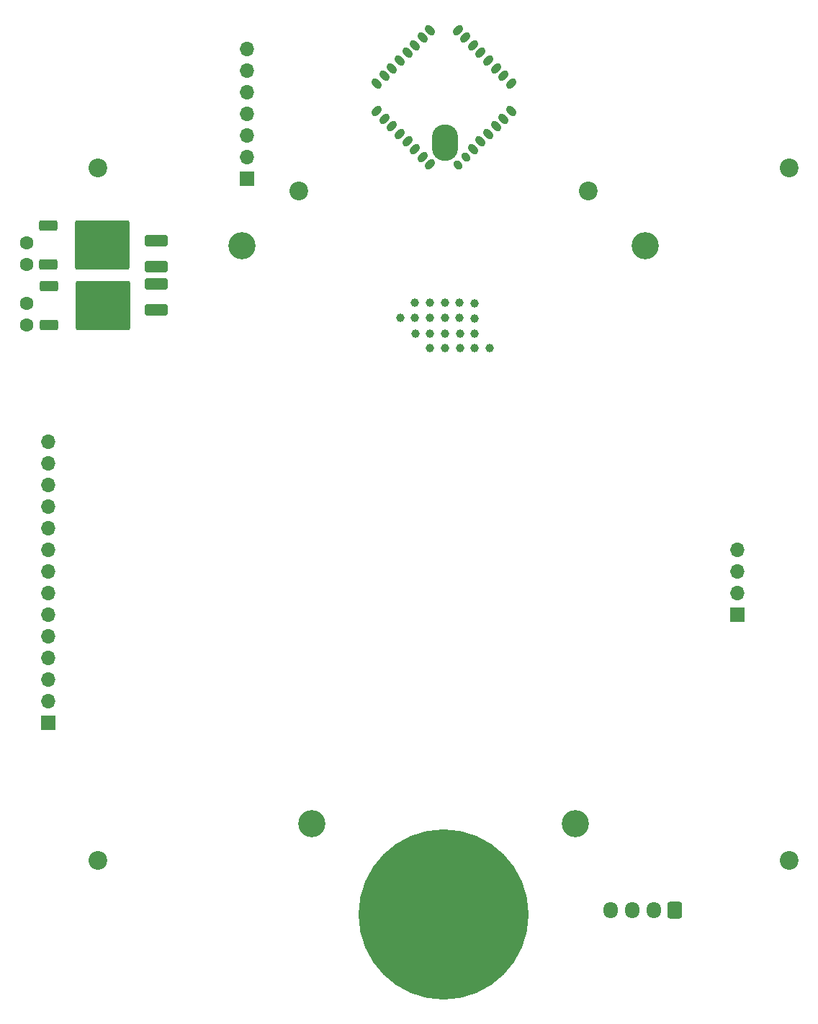
<source format=gbr>
%TF.GenerationSoftware,KiCad,Pcbnew,7.0.11*%
%TF.CreationDate,2025-03-06T22:48:18+09:00*%
%TF.ProjectId,IO,494f2e6b-6963-4616-945f-706362585858,rev?*%
%TF.SameCoordinates,Original*%
%TF.FileFunction,Soldermask,Bot*%
%TF.FilePolarity,Negative*%
%FSLAX46Y46*%
G04 Gerber Fmt 4.6, Leading zero omitted, Abs format (unit mm)*
G04 Created by KiCad (PCBNEW 7.0.11) date 2025-03-06 22:48:18*
%MOMM*%
%LPD*%
G01*
G04 APERTURE LIST*
G04 Aperture macros list*
%AMRoundRect*
0 Rectangle with rounded corners*
0 $1 Rounding radius*
0 $2 $3 $4 $5 $6 $7 $8 $9 X,Y pos of 4 corners*
0 Add a 4 corners polygon primitive as box body*
4,1,4,$2,$3,$4,$5,$6,$7,$8,$9,$2,$3,0*
0 Add four circle primitives for the rounded corners*
1,1,$1+$1,$2,$3*
1,1,$1+$1,$4,$5*
1,1,$1+$1,$6,$7*
1,1,$1+$1,$8,$9*
0 Add four rect primitives between the rounded corners*
20,1,$1+$1,$2,$3,$4,$5,0*
20,1,$1+$1,$4,$5,$6,$7,0*
20,1,$1+$1,$6,$7,$8,$9,0*
20,1,$1+$1,$8,$9,$2,$3,0*%
%AMHorizOval*
0 Thick line with rounded ends*
0 $1 width*
0 $2 $3 position (X,Y) of the first rounded end (center of the circle)*
0 $4 $5 position (X,Y) of the second rounded end (center of the circle)*
0 Add line between two ends*
20,1,$1,$2,$3,$4,$5,0*
0 Add two circle primitives to create the rounded ends*
1,1,$1,$2,$3*
1,1,$1,$4,$5*%
G04 Aperture macros list end*
%ADD10R,1.700000X1.700000*%
%ADD11O,1.700000X1.700000*%
%ADD12C,2.200000*%
%ADD13C,3.200000*%
%ADD14C,20.000000*%
%ADD15RoundRect,0.250000X0.600000X0.725000X-0.600000X0.725000X-0.600000X-0.725000X0.600000X-0.725000X0*%
%ADD16O,1.700000X1.950000*%
%ADD17C,1.000000*%
%ADD18C,1.600000*%
%ADD19RoundRect,0.250000X-1.100000X0.412500X-1.100000X-0.412500X1.100000X-0.412500X1.100000X0.412500X0*%
%ADD20RoundRect,0.250000X-0.850000X-0.350000X0.850000X-0.350000X0.850000X0.350000X-0.850000X0.350000X0*%
%ADD21RoundRect,0.249997X-2.950003X-2.650003X2.950003X-2.650003X2.950003X2.650003X-2.950003X2.650003X0*%
%ADD22RoundRect,0.250000X1.100000X-0.412500X1.100000X0.412500X-1.100000X0.412500X-1.100000X-0.412500X0*%
%ADD23O,3.100000X4.300000*%
%ADD24HorizOval,0.900000X-0.176777X-0.176777X0.176777X0.176777X0*%
%ADD25HorizOval,0.900000X-0.176777X0.176777X0.176777X-0.176777X0*%
%ADD26HorizOval,0.900000X-0.106066X0.106066X0.106066X-0.106066X0*%
G04 APERTURE END LIST*
D10*
%TO.C,J3*%
X177780000Y-101360000D03*
D11*
X177780000Y-98820000D03*
X177780000Y-96280000D03*
X177780000Y-93740000D03*
%TD*%
D12*
%TO.C,REF\u002A\u002A*%
X183950000Y-48880000D03*
%TD*%
D13*
%TO.C,REF\u002A\u002A*%
X119590000Y-57970000D03*
%TD*%
%TO.C,REF\u002A\u002A*%
X158790000Y-125890000D03*
%TD*%
%TO.C,REF\u002A\u002A*%
X127790000Y-125890000D03*
%TD*%
D10*
%TO.C,J1*%
X96780000Y-114070000D03*
D11*
X96780000Y-111530000D03*
X96780000Y-108990000D03*
X96780000Y-106450000D03*
X96780000Y-103910000D03*
X96780000Y-101370000D03*
X96780000Y-98830000D03*
X96780000Y-96290000D03*
X96780000Y-93750000D03*
X96780000Y-91210000D03*
X96780000Y-88670000D03*
X96780000Y-86130000D03*
X96780000Y-83590000D03*
X96780000Y-81050000D03*
%TD*%
D12*
%TO.C,REF\u002A\u002A*%
X126290000Y-51560000D03*
%TD*%
D10*
%TO.C,J5*%
X120170000Y-50160000D03*
D11*
X120170000Y-47620000D03*
X120170000Y-45080000D03*
X120170000Y-42540000D03*
X120170000Y-40000000D03*
X120170000Y-37460000D03*
X120170000Y-34920000D03*
%TD*%
D12*
%TO.C,REF\u002A\u002A*%
X102630000Y-130210000D03*
%TD*%
%TO.C,REF\u002A\u002A*%
X183950000Y-130200000D03*
%TD*%
D14*
%TO.C,REF\u002A\u002A*%
X143290000Y-136570000D03*
%TD*%
D12*
%TO.C,REF\u002A\u002A*%
X102620000Y-48890000D03*
%TD*%
%TO.C,REF\u002A\u002A*%
X160290000Y-51570000D03*
%TD*%
D13*
%TO.C,REF\u002A\u002A*%
X167000000Y-57970000D03*
%TD*%
D15*
%TO.C,J2*%
X170460000Y-136065000D03*
D16*
X167960000Y-136065000D03*
X165460000Y-136065000D03*
X162960000Y-136065000D03*
%TD*%
D17*
%TO.C,J15*%
X141699999Y-68300001D03*
%TD*%
%TO.C,J19*%
X146950000Y-68300001D03*
%TD*%
D18*
%TO.C,C2*%
X94234000Y-67290000D03*
X94234000Y-64790000D03*
%TD*%
D17*
%TO.C,J8*%
X138166116Y-66456675D03*
%TD*%
%TO.C,J17*%
X141649998Y-70050001D03*
%TD*%
%TO.C,J10*%
X146916116Y-64756676D03*
%TD*%
%TO.C,J18*%
X145200000Y-70050000D03*
%TD*%
D19*
%TO.C,C1*%
X109474000Y-62445500D03*
X109474000Y-65570500D03*
%TD*%
D17*
%TO.C,J1*%
X143416117Y-66456675D03*
%TD*%
D20*
%TO.C,U2*%
X96824000Y-55632000D03*
X96824000Y-60192000D03*
D21*
X103124000Y-57912000D03*
%TD*%
D22*
%TO.C,C3*%
X109474000Y-60490500D03*
X109474000Y-57365500D03*
%TD*%
D17*
%TO.C,J12*%
X145200000Y-68300000D03*
%TD*%
D20*
%TO.C,U1*%
X96892000Y-62741500D03*
X96892000Y-67301500D03*
D21*
X103192000Y-65021500D03*
%TD*%
D17*
%TO.C,J9*%
X139916116Y-64706675D03*
%TD*%
%TO.C,J14*%
X143450000Y-68300000D03*
%TD*%
%TO.C,J20*%
X146950000Y-70050000D03*
%TD*%
%TO.C,J3*%
X141666116Y-64706675D03*
%TD*%
D18*
%TO.C,C4*%
X94214000Y-60198000D03*
X94214000Y-57698000D03*
%TD*%
D17*
%TO.C,J4*%
X143416116Y-64706676D03*
%TD*%
%TO.C,J5*%
X145166117Y-66456676D03*
%TD*%
%TO.C,J21*%
X148699999Y-70000001D03*
%TD*%
%TO.C,J7*%
X139916116Y-66456675D03*
%TD*%
%TO.C,J6*%
X145166117Y-64706676D03*
%TD*%
D23*
%TO.C,U3*%
X143461436Y-45917848D03*
D24*
X141700740Y-48449290D03*
X140802715Y-47551264D03*
X139904689Y-46653239D03*
X139006664Y-45755213D03*
X138108638Y-44857187D03*
X137210612Y-43959162D03*
X136312587Y-43061136D03*
X135414561Y-42163111D03*
D25*
X135414561Y-38924561D03*
X136312587Y-38026536D03*
X137210612Y-37128510D03*
X138108638Y-36230485D03*
X139006664Y-35332459D03*
X139904689Y-34434433D03*
X140802715Y-33536408D03*
X141700740Y-32638382D03*
D24*
X144939290Y-32638382D03*
X145837315Y-33536408D03*
X146735341Y-34434433D03*
X147633366Y-35332459D03*
X148531392Y-36230485D03*
X149429418Y-37128510D03*
X150327443Y-38026536D03*
X151225469Y-38924561D03*
D25*
X151225469Y-42163111D03*
X150327443Y-43061136D03*
X149429418Y-43959162D03*
X148531392Y-44857187D03*
X147633366Y-45755213D03*
X146735341Y-46653239D03*
D26*
X145908026Y-47621975D03*
X145010000Y-48520000D03*
%TD*%
D17*
%TO.C,J22*%
X146916116Y-66506676D03*
%TD*%
%TO.C,J13*%
X143450000Y-70050000D03*
%TD*%
%TO.C,J2*%
X141666116Y-66456675D03*
%TD*%
%TO.C,J16*%
X139950000Y-68299999D03*
%TD*%
M02*

</source>
